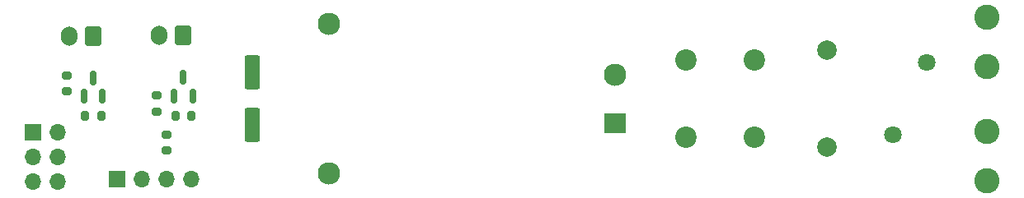
<source format=gbr>
%TF.GenerationSoftware,KiCad,Pcbnew,7.0.5-4d25ed1034~172~ubuntu22.04.1*%
%TF.CreationDate,2023-06-13T21:54:26+03:00*%
%TF.ProjectId,SolderPlate_Power,536f6c64-6572-4506-9c61-74655f506f77,1.0*%
%TF.SameCoordinates,Original*%
%TF.FileFunction,Soldermask,Top*%
%TF.FilePolarity,Negative*%
%FSLAX46Y46*%
G04 Gerber Fmt 4.6, Leading zero omitted, Abs format (unit mm)*
G04 Created by KiCad (PCBNEW 7.0.5-4d25ed1034~172~ubuntu22.04.1) date 2023-06-13 21:54:26*
%MOMM*%
%LPD*%
G01*
G04 APERTURE LIST*
G04 Aperture macros list*
%AMRoundRect*
0 Rectangle with rounded corners*
0 $1 Rounding radius*
0 $2 $3 $4 $5 $6 $7 $8 $9 X,Y pos of 4 corners*
0 Add a 4 corners polygon primitive as box body*
4,1,4,$2,$3,$4,$5,$6,$7,$8,$9,$2,$3,0*
0 Add four circle primitives for the rounded corners*
1,1,$1+$1,$2,$3*
1,1,$1+$1,$4,$5*
1,1,$1+$1,$6,$7*
1,1,$1+$1,$8,$9*
0 Add four rect primitives between the rounded corners*
20,1,$1+$1,$2,$3,$4,$5,0*
20,1,$1+$1,$4,$5,$6,$7,0*
20,1,$1+$1,$6,$7,$8,$9,0*
20,1,$1+$1,$8,$9,$2,$3,0*%
G04 Aperture macros list end*
%ADD10C,2.600000*%
%ADD11RoundRect,0.150000X0.150000X-0.587500X0.150000X0.587500X-0.150000X0.587500X-0.150000X-0.587500X0*%
%ADD12RoundRect,0.200000X0.200000X0.275000X-0.200000X0.275000X-0.200000X-0.275000X0.200000X-0.275000X0*%
%ADD13RoundRect,0.200000X0.275000X-0.200000X0.275000X0.200000X-0.275000X0.200000X-0.275000X-0.200000X0*%
%ADD14C,1.800000*%
%ADD15RoundRect,0.250000X0.600000X0.750000X-0.600000X0.750000X-0.600000X-0.750000X0.600000X-0.750000X0*%
%ADD16O,1.700000X2.000000*%
%ADD17C,2.200000*%
%ADD18RoundRect,0.250000X-0.550000X1.500000X-0.550000X-1.500000X0.550000X-1.500000X0.550000X1.500000X0*%
%ADD19RoundRect,0.200000X-0.275000X0.200000X-0.275000X-0.200000X0.275000X-0.200000X0.275000X0.200000X0*%
%ADD20R,1.700000X1.700000*%
%ADD21O,1.700000X1.700000*%
%ADD22R,2.300000X2.000000*%
%ADD23C,2.300000*%
%ADD24C,2.000000*%
G04 APERTURE END LIST*
D10*
%TO.C,J3*%
X100000000Y2060000D03*
X100000000Y7140000D03*
%TD*%
D11*
%TO.C,Q1*%
X16550000Y10812500D03*
X18450000Y10812500D03*
X17500000Y12687500D03*
%TD*%
D12*
%TO.C,R5*%
X9075000Y8750000D03*
X7425000Y8750000D03*
%TD*%
D13*
%TO.C,R4*%
X5500000Y11275000D03*
X5500000Y12925000D03*
%TD*%
D14*
%TO.C,RV1*%
X93800000Y14275000D03*
X90400000Y6775000D03*
%TD*%
D15*
%TO.C,J4*%
X8250000Y16975000D03*
D16*
X5750000Y16975000D03*
%TD*%
D17*
%TO.C,FL2*%
X76100000Y6525000D03*
X69100000Y6525000D03*
X76100000Y14525000D03*
X69100000Y14525000D03*
%TD*%
D11*
%TO.C,Q2*%
X7300000Y10750000D03*
X9200000Y10750000D03*
X8250000Y12625000D03*
%TD*%
D12*
%TO.C,R3*%
X18325000Y8750000D03*
X16675000Y8750000D03*
%TD*%
D18*
%TO.C,C2*%
X24600000Y13225000D03*
X24600000Y7825000D03*
%TD*%
D13*
%TO.C,R2*%
X14750000Y9175000D03*
X14750000Y10825000D03*
%TD*%
D15*
%TO.C,J2*%
X17500000Y17000000D03*
D16*
X15000000Y17000000D03*
%TD*%
D19*
%TO.C,R1*%
X15775000Y6825000D03*
X15775000Y5175000D03*
%TD*%
D20*
%TO.C,J7*%
X2025000Y7080000D03*
D21*
X4565000Y7080000D03*
X2025000Y4540000D03*
X4565000Y4540000D03*
X2025000Y2000000D03*
X4565000Y2000000D03*
%TD*%
D10*
%TO.C,J1*%
X100000000Y18940000D03*
X100000000Y13860000D03*
%TD*%
D22*
%TO.C,PS1*%
X61812500Y8000000D03*
D23*
X61812500Y13000000D03*
X32412500Y2800000D03*
X32412500Y18200000D03*
%TD*%
D24*
%TO.C,C1*%
X83600000Y5525000D03*
X83600000Y15525000D03*
%TD*%
D20*
%TO.C,J5*%
X10695000Y2250000D03*
D21*
X13235000Y2250000D03*
X15775000Y2250000D03*
X18315000Y2250000D03*
%TD*%
M02*

</source>
